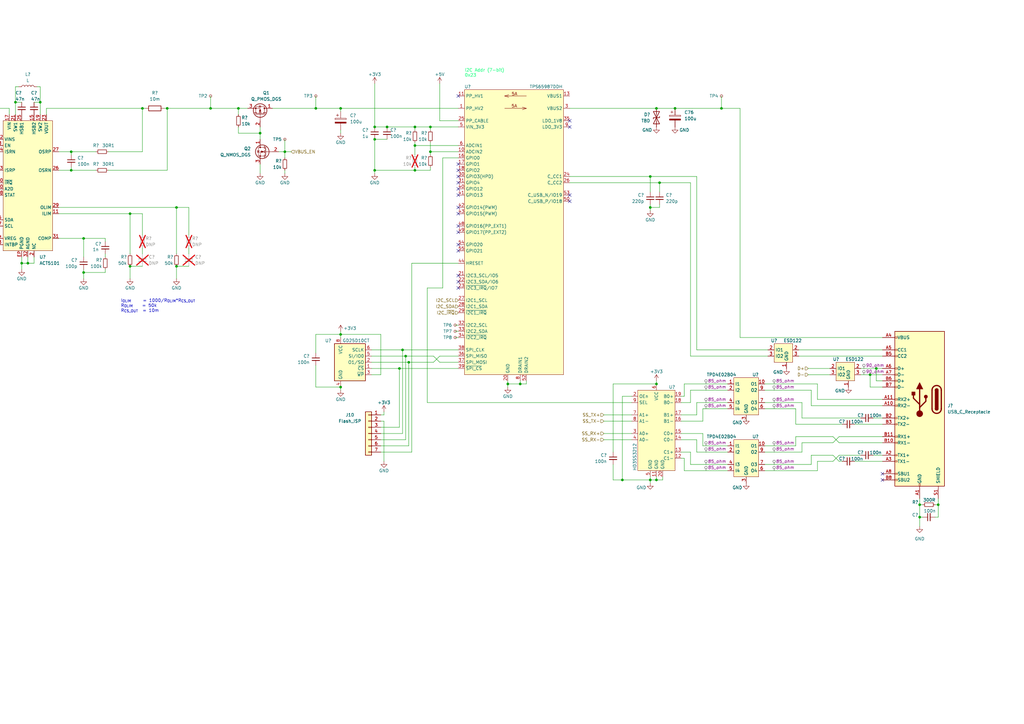
<source format=kicad_sch>
(kicad_sch (version 20230121) (generator eeschema)
  (paper "A3")
  (junction (at 153.67 57.15))
  (junction (at 276.86 44.45))
  (junction (at 11.43 107.95))
  (junction (at -5.08 69.85))
  (junction (at 106.68 54.61))
  (junction (at 34.29 97.79))
  (junction (at 165.1 143.51))
  (junction (at 58.42 44.45))
  (junction (at 129.54 44.45))
  (junction (at 29.21 62.23))
  (junction (at 139.7 158.75))
  (junction (at 72.39 109.22))
  (junction (at 167.64 148.59))
  (junction (at 166.37 146.05))
  (junction (at 356.87 153.67))
  (junction (at 139.7 44.45))
  (junction (at 153.67 52.07))
  (junction (at 377.19 207.01))
  (junction (at 269.24 157.48))
  (junction (at 377.19 212.09))
  (junction (at 213.36 157.48))
  (junction (at 158.75 52.07))
  (junction (at 72.39 85.09))
  (junction (at 266.7 85.09))
  (junction (at 384.81 207.01))
  (junction (at 97.79 44.45))
  (junction (at 176.53 52.07))
  (junction (at -3.81 44.45))
  (junction (at 269.24 44.45))
  (junction (at -5.08 62.23))
  (junction (at 266.7 72.39))
  (junction (at 8.89 107.95))
  (junction (at 16.51 41.91))
  (junction (at 270.51 74.93))
  (junction (at 34.29 111.76))
  (junction (at -11.43 44.45))
  (junction (at 6.35 41.91))
  (junction (at 269.24 196.85))
  (junction (at 116.84 62.23))
  (junction (at 295.91 44.45))
  (junction (at 153.67 69.85))
  (junction (at 208.28 157.48))
  (junction (at 68.58 44.45))
  (junction (at 170.18 69.85))
  (junction (at 176.53 62.23))
  (junction (at 359.41 151.13))
  (junction (at 163.83 151.13))
  (junction (at 170.18 59.69))
  (junction (at -29.21 44.45))
  (junction (at 53.34 87.63))
  (junction (at 170.18 52.07))
  (junction (at -39.37 44.45))
  (junction (at 266.7 196.85))
  (junction (at 255.27 196.85))
  (junction (at 139.7 137.16))
  (junction (at 86.36 44.45))
  (junction (at 53.34 109.22))
  (junction (at 29.21 69.85))
  (no_connect (at 187.96 87.63))
  (no_connect (at 187.96 118.11))
  (no_connect (at 187.96 92.71))
  (no_connect (at 187.96 74.93))
  (no_connect (at 187.96 85.09))
  (no_connect (at 187.96 95.25))
  (no_connect (at 187.96 102.87))
  (no_connect (at 187.96 69.85))
  (no_connect (at 361.95 196.85))
  (no_connect (at 233.68 52.07))
  (no_connect (at 187.96 67.31))
  (no_connect (at 187.96 72.39))
  (no_connect (at 187.96 77.47))
  (no_connect (at 233.68 82.55))
  (no_connect (at 187.96 113.03))
  (no_connect (at 187.96 100.33))
  (no_connect (at 187.96 39.37))
  (no_connect (at 233.68 80.01))
  (no_connect (at 233.68 49.53))
  (no_connect (at 187.96 80.01))
  (no_connect (at 187.96 115.57))
  (no_connect (at 361.95 194.31))
  (wire (pts (xy -12.7 58.42) (xy -12.7 59.69)))
  (wire (pts (xy 58.42 44.45) (xy 59.69 44.45)))
  (wire (pts (xy 283.21 146.05) (xy 314.96 146.05)))
  (wire (pts (xy -25.4 69.85) (xy -39.37 69.85)))
  (wire (pts (xy 303.53 138.43) (xy 361.95 138.43)))
  (wire (pts (xy 156.21 185.42) (xy 168.91 185.42)))
  (wire (pts (xy 180.34 34.29) (xy 180.34 49.53)))
  (wire (pts (xy 152.4 146.05) (xy 166.37 146.05)))
  (wire (pts (xy 165.1 177.8) (xy 165.1 143.51)))
  (wire (pts (xy 306.07 172.72) (xy 306.07 171.45)))
  (wire (pts (xy 328.93 165.1) (xy 328.93 171.45)))
  (wire (pts (xy 344.17 181.61) (xy 341.63 179.07)))
  (wire (pts (xy 72.39 114.3) (xy 72.39 109.22)))
  (wire (pts (xy 247.65 170.18) (xy 259.08 170.18)))
  (wire (pts (xy 361.95 158.75) (xy 356.87 158.75)))
  (wire (pts (xy 270.51 85.09) (xy 270.51 83.82)))
  (wire (pts (xy 280.67 193.04) (xy 280.67 187.96)))
  (wire (pts (xy 176.53 58.42) (xy 176.53 62.23)))
  (wire (pts (xy 34.29 111.76) (xy 34.29 114.3)))
  (wire (pts (xy -19.05 97.79) (xy -1.27 97.79)))
  (wire (pts (xy 170.18 53.34) (xy 170.18 52.07)))
  (wire (pts (xy 77.47 101.6) (xy 77.47 104.14)))
  (wire (pts (xy 158.75 52.07) (xy 153.67 52.07)))
  (wire (pts (xy 215.9 156.21) (xy 215.9 157.48)))
  (wire (pts (xy 328.93 185.42) (xy 328.93 181.61)))
  (wire (pts (xy 97.79 52.07) (xy 97.79 54.61)))
  (wire (pts (xy 53.34 87.63) (xy 58.42 87.63)))
  (wire (pts (xy 295.91 39.37) (xy 295.91 44.45)))
  (wire (pts (xy 269.24 44.45) (xy 276.86 44.45)))
  (wire (pts (xy 383.54 212.09) (xy 384.81 212.09)))
  (wire (pts (xy 58.42 109.22) (xy 53.34 109.22)))
  (wire (pts (xy 177.8 148.59) (xy 180.34 146.05)))
  (wire (pts (xy 359.41 156.21) (xy 359.41 151.13)))
  (wire (pts (xy 266.7 83.82) (xy 266.7 85.09)))
  (wire (pts (xy -6.35 92.71) (xy -1.27 92.71)))
  (wire (pts (xy 326.39 182.88) (xy 326.39 179.07)))
  (wire (pts (xy 44.45 62.23) (xy 58.42 62.23)))
  (wire (pts (xy 116.84 62.23) (xy 114.3 62.23)))
  (wire (pts (xy 332.74 160.02) (xy 332.74 166.37)))
  (wire (pts (xy 341.63 189.23) (xy 344.17 186.69)))
  (wire (pts (xy 266.7 198.12) (xy 266.7 196.85)))
  (wire (pts (xy 67.31 44.45) (xy 68.58 44.45)))
  (wire (pts (xy 13.97 107.95) (xy 11.43 107.95)))
  (wire (pts (xy -25.4 62.23) (xy -29.21 62.23)))
  (wire (pts (xy 313.69 165.1) (xy 328.93 165.1)))
  (wire (pts (xy -8.89 80.01) (xy -1.27 80.01)))
  (wire (pts (xy 139.7 137.16) (xy 139.7 138.43)))
  (wire (pts (xy 97.79 44.45) (xy 97.79 46.99)))
  (wire (pts (xy 153.67 57.15) (xy 153.67 69.85)))
  (wire (pts (xy 344.17 189.23) (xy 345.44 189.23)))
  (wire (pts (xy 313.69 160.02) (xy 332.74 160.02)))
  (wire (pts (xy 314.96 143.51) (xy 285.75 143.51)))
  (wire (pts (xy 327.66 146.05) (xy 361.95 146.05)))
  (wire (pts (xy 116.84 57.15) (xy 116.84 62.23)))
  (wire (pts (xy 255.27 162.56) (xy 255.27 196.85)))
  (wire (pts (xy 167.64 182.88) (xy 167.64 148.59)))
  (wire (pts (xy 269.24 156.21) (xy 269.24 157.48)))
  (wire (pts (xy 129.54 144.78) (xy 129.54 137.16)))
  (wire (pts (xy 97.79 54.61) (xy 106.68 54.61)))
  (wire (pts (xy 288.29 182.88) (xy 298.45 182.88)))
  (wire (pts (xy 176.53 69.85) (xy 176.53 68.58)))
  (wire (pts (xy 16.51 35.56) (xy 16.51 41.91)))
  (wire (pts (xy 335.28 157.48) (xy 335.28 163.83)))
  (wire (pts (xy 213.36 157.48) (xy 208.28 157.48)))
  (wire (pts (xy 288.29 172.72) (xy 288.29 167.64)))
  (wire (pts (xy 139.7 158.75) (xy 129.54 158.75)))
  (wire (pts (xy 119.38 62.23) (xy 116.84 62.23)))
  (wire (pts (xy 139.7 135.89) (xy 139.7 137.16)))
  (wire (pts (xy -39.37 35.56) (xy -39.37 44.45)))
  (wire (pts (xy -1.27 100.33) (xy -8.89 100.33)))
  (wire (pts (xy 24.13 97.79) (xy 34.29 97.79)))
  (wire (pts (xy 356.87 153.67) (xy 361.95 153.67)))
  (wire (pts (xy 180.34 148.59) (xy 187.96 148.59)))
  (wire (pts (xy -3.81 44.45) (xy 3.81 44.45)))
  (wire (pts (xy 152.4 148.59) (xy 167.64 148.59)))
  (wire (pts (xy 328.93 181.61) (xy 341.63 181.61)))
  (wire (pts (xy 153.67 34.29) (xy 153.67 52.07)))
  (wire (pts (xy 86.36 39.37) (xy 86.36 44.45)))
  (wire (pts (xy 170.18 69.85) (xy 170.18 68.58)))
  (wire (pts (xy 176.53 52.07) (xy 187.96 52.07)))
  (wire (pts (xy 233.68 44.45) (xy 269.24 44.45)))
  (wire (pts (xy 332.74 190.5) (xy 332.74 186.69)))
  (wire (pts (xy 279.4 162.56) (xy 280.67 162.56)))
  (wire (pts (xy 163.83 175.26) (xy 163.83 151.13)))
  (wire (pts (xy 106.68 54.61) (xy 106.68 52.07)))
  (wire (pts (xy 279.4 172.72) (xy 288.29 172.72)))
  (wire (pts (xy 208.28 156.21) (xy 208.28 157.48)))
  (wire (pts (xy 285.75 185.42) (xy 285.75 180.34)))
  (wire (pts (xy 266.7 196.85) (xy 266.7 195.58)))
  (wire (pts (xy 251.46 190.5) (xy 251.46 196.85)))
  (wire (pts (xy 170.18 52.07) (xy 176.53 52.07)))
  (wire (pts (xy 175.26 165.1) (xy 259.08 165.1)))
  (wire (pts (xy 378.46 212.09) (xy 377.19 212.09)))
  (wire (pts (xy 288.29 167.64) (xy 298.45 167.64)))
  (wire (pts (xy 106.68 54.61) (xy 106.68 57.15)))
  (wire (pts (xy 276.86 44.45) (xy 295.91 44.45)))
  (wire (pts (xy 327.66 143.51) (xy 361.95 143.51)))
  (wire (pts (xy 6.35 41.91) (xy 6.35 35.56)))
  (wire (pts (xy 280.67 187.96) (xy 279.4 187.96)))
  (wire (pts (xy 270.51 74.93) (xy 270.51 78.74)))
  (wire (pts (xy 271.78 195.58) (xy 271.78 196.85)))
  (wire (pts (xy -5.08 62.23) (xy -1.27 62.23)))
  (wire (pts (xy 11.43 105.41) (xy 11.43 107.95)))
  (wire (pts (xy -5.08 63.5) (xy -5.08 62.23)))
  (wire (pts (xy 153.67 69.85) (xy 170.18 69.85)))
  (wire (pts (xy 139.7 44.45) (xy 187.96 44.45)))
  (wire (pts (xy 111.76 44.45) (xy 129.54 44.45)))
  (wire (pts (xy 303.53 44.45) (xy 303.53 138.43)))
  (wire (pts (xy 331.47 151.13) (xy 340.36 151.13)))
  (wire (pts (xy 279.4 170.18) (xy 285.75 170.18)))
  (wire (pts (xy 163.83 151.13) (xy 187.96 151.13)))
  (wire (pts (xy 6.35 46.99) (xy 6.35 41.91)))
  (wire (pts (xy 326.39 179.07) (xy 341.63 179.07)))
  (wire (pts (xy 358.14 186.69) (xy 361.95 186.69)))
  (wire (pts (xy 255.27 196.85) (xy 266.7 196.85)))
  (wire (pts (xy 251.46 196.85) (xy 255.27 196.85)))
  (wire (pts (xy 168.91 185.42) (xy 168.91 107.95)))
  (wire (pts (xy 332.74 186.69) (xy 341.63 186.69)))
  (wire (pts (xy 53.34 109.22) (xy 53.34 114.3)))
  (wire (pts (xy 168.91 107.95) (xy 187.96 107.95)))
  (wire (pts (xy -1.27 57.15) (xy -3.81 57.15)))
  (wire (pts (xy 377.19 207.01) (xy 377.19 212.09)))
  (wire (pts (xy 170.18 69.85) (xy 176.53 69.85)))
  (wire (pts (xy 176.53 62.23) (xy 187.96 62.23)))
  (wire (pts (xy 187.96 49.53) (xy 180.34 49.53)))
  (wire (pts (xy 77.47 109.22) (xy 72.39 109.22)))
  (wire (pts (xy 331.47 153.67) (xy 340.36 153.67)))
  (wire (pts (xy -29.21 62.23) (xy -29.21 44.45)))
  (wire (pts (xy 72.39 85.09) (xy 77.47 85.09)))
  (wire (pts (xy 350.52 189.23) (xy 361.95 189.23)))
  (wire (pts (xy 350.52 173.99) (xy 361.95 173.99)))
  (wire (pts (xy 29.21 69.85) (xy 29.21 68.58)))
  (wire (pts (xy 313.69 185.42) (xy 328.93 185.42)))
  (wire (pts (xy 157.48 172.72) (xy 156.21 172.72)))
  (wire (pts (xy 157.48 170.18) (xy 156.21 170.18)))
  (wire (pts (xy -8.89 100.33) (xy -8.89 105.41)))
  (wire (pts (xy -5.08 69.85) (xy -1.27 69.85)))
  (wire (pts (xy 29.21 62.23) (xy 39.37 62.23)))
  (wire (pts (xy -5.08 69.85) (xy -5.08 68.58)))
  (wire (pts (xy 186.69 135.89) (xy 187.96 135.89)))
  (wire (pts (xy -29.21 44.45) (xy -11.43 44.45)))
  (wire (pts (xy 44.45 69.85) (xy 68.58 69.85)))
  (wire (pts (xy 43.18 111.76) (xy 43.18 110.49)))
  (wire (pts (xy 359.41 151.13) (xy 361.95 151.13)))
  (wire (pts (xy 156.21 182.88) (xy 167.64 182.88)))
  (wire (pts (xy 247.65 180.34) (xy 259.08 180.34)))
  (wire (pts (xy 176.53 62.23) (xy 176.53 63.5)))
  (wire (pts (xy 58.42 62.23) (xy 58.42 44.45)))
  (wire (pts (xy 43.18 104.14) (xy 43.18 105.41)))
  (wire (pts (xy 335.28 163.83) (xy 361.95 163.83)))
  (wire (pts (xy 170.18 59.69) (xy 170.18 58.42)))
  (wire (pts (xy 6.35 35.56) (xy 7.62 35.56)))
  (wire (pts (xy 335.28 189.23) (xy 341.63 189.23)))
  (wire (pts (xy 34.29 105.41) (xy 34.29 97.79)))
  (wire (pts (xy 153.67 69.85) (xy 153.67 71.12)))
  (wire (pts (xy 29.21 69.85) (xy 39.37 69.85)))
  (wire (pts (xy 215.9 157.48) (xy 213.36 157.48)))
  (wire (pts (xy -19.05 99.06) (xy -19.05 97.79)))
  (wire (pts (xy 170.18 63.5) (xy 170.18 59.69)))
  (wire (pts (xy 34.29 97.79) (xy 43.18 97.79)))
  (wire (pts (xy 156.21 180.34) (xy 166.37 180.34)))
  (wire (pts (xy 280.67 162.56) (xy 280.67 157.48)))
  (wire (pts (xy 116.84 62.23) (xy 116.84 64.77)))
  (wire (pts (xy 384.81 204.47) (xy 384.81 207.01)))
  (wire (pts (xy 167.64 148.59) (xy 177.8 148.59)))
  (wire (pts (xy 116.84 69.85) (xy 116.84 71.12)))
  (wire (pts (xy 97.79 44.45) (xy 101.6 44.45)))
  (wire (pts (xy 270.51 74.93) (xy 283.21 74.93)))
  (wire (pts (xy -6.35 90.17) (xy -1.27 90.17)))
  (wire (pts (xy 186.69 138.43) (xy 187.96 138.43)))
  (wire (pts (xy 259.08 162.56) (xy 255.27 162.56)))
  (wire (pts (xy 213.36 156.21) (xy 213.36 157.48)))
  (wire (pts (xy 251.46 157.48) (xy 251.46 185.42)))
  (wire (pts (xy 285.75 72.39) (xy 266.7 72.39)))
  (wire (pts (xy 129.54 44.45) (xy 139.7 44.45)))
  (wire (pts (xy 152.4 143.51) (xy 165.1 143.51)))
  (wire (pts (xy 156.21 177.8) (xy 165.1 177.8)))
  (wire (pts (xy -39.37 69.85) (xy -39.37 44.45)))
  (wire (pts (xy 295.91 44.45) (xy 303.53 44.45)))
  (wire (pts (xy 24.13 69.85) (xy 29.21 69.85)))
  (wire (pts (xy 377.19 204.47) (xy 377.19 207.01)))
  (wire (pts (xy 285.75 170.18) (xy 285.75 165.1)))
  (wire (pts (xy 266.7 85.09) (xy 266.7 86.36)))
  (wire (pts (xy 166.37 180.34) (xy 166.37 146.05)))
  (wire (pts (xy 139.7 160.02) (xy 139.7 158.75)))
  (wire (pts (xy 139.7 44.45) (xy 139.7 45.72)))
  (wire (pts (xy 139.7 137.16) (xy 156.21 137.16)))
  (wire (pts (xy 280.67 157.48) (xy 298.45 157.48)))
  (wire (pts (xy 139.7 54.61) (xy 139.7 53.34)))
  (wire (pts (xy 313.69 167.64) (xy 326.39 167.64)))
  (wire (pts (xy 8.89 105.41) (xy 8.89 107.95)))
  (wire (pts (xy 77.47 96.52) (xy 77.47 85.09)))
  (wire (pts (xy -5.08 62.23) (xy -20.32 62.23)))
  (wire (pts (xy 68.58 69.85) (xy 68.58 44.45)))
  (wire (pts (xy 353.06 153.67) (xy 356.87 153.67)))
  (wire (pts (xy 285.75 165.1) (xy 298.45 165.1)))
  (wire (pts (xy 24.13 62.23) (xy 29.21 62.23)))
  (wire (pts (xy 313.69 182.88) (xy 326.39 182.88)))
  (wire (pts (xy 175.26 118.11) (xy 175.26 165.1)))
  (wire (pts (xy 186.69 133.35) (xy 187.96 133.35)))
  (wire (pts (xy 34.29 110.49) (xy 34.29 111.76)))
  (wire (pts (xy 152.4 153.67) (xy 156.21 153.67)))
  (wire (pts (xy 233.68 74.93) (xy 270.51 74.93)))
  (wire (pts (xy 11.43 107.95) (xy 8.89 107.95)))
  (wire (pts (xy 353.06 151.13) (xy 359.41 151.13)))
  (wire (pts (xy 283.21 74.93) (xy 283.21 146.05)))
  (wire (pts (xy 313.69 193.04) (xy 335.28 193.04)))
  (wire (pts (xy 43.18 99.06) (xy 43.18 97.79)))
  (wire (pts (xy 288.29 182.88) (xy 288.29 177.8)))
  (wire (pts (xy 34.29 111.76) (xy 43.18 111.76)))
  (wire (pts (xy 13.97 41.91) (xy 16.51 41.91)))
  (wire (pts (xy 24.13 87.63) (xy 53.34 87.63)))
  (wire (pts (xy 129.54 137.16) (xy 139.7 137.16)))
  (wire (pts (xy 157.48 189.23) (xy 157.48 172.72)))
  (wire (pts (xy 283.21 165.1) (xy 283.21 160.02)))
  (wire (pts (xy 19.05 44.45) (xy 58.42 44.45)))
  (wire (pts (xy 266.7 72.39) (xy 233.68 72.39)))
  (wire (pts (xy -5.08 69.85) (xy -20.32 69.85)))
  (wire (pts (xy -30.48 44.45) (xy -29.21 44.45)))
  (wire (pts (xy -12.7 59.69) (xy -1.27 59.69)))
  (wire (pts (xy -11.43 44.45) (xy -3.81 44.45)))
  (wire (pts (xy 279.4 165.1) (xy 283.21 165.1)))
  (wire (pts (xy 53.34 87.63) (xy 53.34 104.14)))
  (wire (pts (xy 157.48 168.91) (xy 157.48 170.18)))
  (wire (pts (xy 266.7 72.39) (xy 266.7 78.74)))
  (wire (pts (xy 129.54 39.37) (xy 129.54 44.45)))
  (wire (pts (xy 280.67 193.04) (xy 298.45 193.04)))
  (wire (pts (xy 6.35 41.91) (xy 8.89 41.91)))
  (wire (pts (xy 285.75 180.34) (xy 279.4 180.34)))
  (wire (pts (xy 356.87 153.67) (xy 356.87 158.75)))
  (wire (pts (xy 384.81 207.01) (xy 384.81 212.09)))
  (wire (pts (xy -11.43 39.37) (xy -11.43 44.45)))
  (wire (pts (xy 266.7 85.09) (xy 270.51 85.09)))
  (wire (pts (xy 129.54 158.75) (xy 129.54 149.86)))
  (wire (pts (xy -8.89 74.93) (xy -1.27 74.93)))
  (wire (pts (xy 344.17 186.69) (xy 353.06 186.69)))
  (wire (pts (xy 16.51 41.91) (xy 16.51 46.99)))
  (wire (pts (xy 176.53 52.07) (xy 176.53 53.34)))
  (wire (pts (xy 177.8 146.05) (xy 180.34 148.59)))
  (wire (pts (xy 156.21 175.26) (xy 163.83 175.26)))
  (wire (pts (xy 158.75 52.07) (xy 170.18 52.07)))
  (wire (pts (xy 361.95 156.21) (xy 359.41 156.21)))
  (wire (pts (xy 166.37 146.05) (xy 177.8 146.05)))
  (wire (pts (xy 283.21 190.5) (xy 283.21 185.42)))
  (wire (pts (xy 175.26 118.11) (xy 181.61 118.11)))
  (wire (pts (xy 285.75 143.51) (xy 285.75 72.39)))
  (wire (pts (xy 383.54 207.01) (xy 384.81 207.01)))
  (wire (pts (xy 313.69 190.5) (xy 332.74 190.5)))
  (wire (pts (xy 247.65 177.8) (xy 259.08 177.8)))
  (wire (pts (xy 58.42 96.52) (xy 58.42 87.63)))
  (wire (pts (xy 58.42 101.6) (xy 58.42 104.14)))
  (wire (pts (xy 377.19 215.9) (xy 377.19 212.09)))
  (wire (pts (xy 328.93 171.45) (xy 353.06 171.45)))
  (wire (pts (xy 208.28 157.48) (xy 208.28 158.75)))
  (wire (pts (xy 283.21 160.02) (xy 298.45 160.02)))
  (wire (pts (xy 13.97 105.41) (xy 13.97 107.95)))
  (wire (pts (xy 326.39 173.99) (xy 345.44 173.99)))
  (wire (pts (xy 269.24 157.48) (xy 251.46 157.48)))
  (wire (pts (xy 153.67 57.15) (xy 158.75 57.15)))
  (wire (pts (xy 15.24 35.56) (xy 16.51 35.56)))
  (wire (pts (xy 68.58 44.45) (xy 86.36 44.45)))
  (wire (pts (xy 335.28 193.04) (xy 335.28 189.23)))
  (wire (pts (xy 106.68 71.12) (xy 106.68 67.31)))
  (wire (pts (xy 358.14 171.45) (xy 361.95 171.45)))
  (wire (pts (xy 3.81 46.99) (xy 3.81 44.45)))
  (wire (pts (xy 313.69 157.48) (xy 335.28 157.48)))
  (wire (pts (xy 344.17 179.07) (xy 361.95 179.07)))
  (wire (pts (xy 165.1 143.51) (xy 187.96 143.51)))
  (wire (pts (xy 271.78 196.85) (xy 269.24 196.85)))
  (wire (pts (xy 269.24 195.58) (xy 269.24 196.85)))
  (wire (pts (xy 288.29 177.8) (xy 279.4 177.8)))
  (wire (pts (xy 29.21 63.5) (xy 29.21 62.23)))
  (wire (pts (xy 86.36 44.45) (xy 97.79 44.45)))
  (wire (pts (xy 332.74 166.37) (xy 361.95 166.37)))
  (wire (pts (xy 269.24 196.85) (xy 266.7 196.85)))
  (wire (pts (xy 344.17 181.61) (xy 361.95 181.61)))
  (wire (pts (xy 24.13 85.09) (xy 72.39 85.09)))
  (wire (pts (xy 279.4 185.42) (xy 283.21 185.42)))
  (wire (pts (xy 180.34 146.05) (xy 187.96 146.05)))
  (wire (pts (xy 283.21 190.5) (xy 298.45 190.5)))
  (wire (pts (xy 285.75 185.42) (xy 298.45 185.42)))
  (wire (pts (xy -39.37 44.45) (xy -38.1 44.45)))
  (wire (pts (xy 377.19 207.01) (xy 378.46 207.01)))
  (wire (pts (xy 170.18 59.69) (xy 187.96 59.69)))
  (wire (pts (xy 326.39 167.64) (xy 326.39 173.99)))
  (wire (pts (xy 152.4 151.13) (xy 163.83 151.13)))
  (wire (pts (xy 181.61 118.11) (xy 181.61 64.77)))
  (wire (pts (xy -3.81 57.15) (xy -3.81 44.45)))
  (wire (pts (xy 72.39 85.09) (xy 72.39 104.14)))
  (wire (pts (xy 344.17 189.23) (xy 341.63 186.69)))
  (wire (pts (xy 19.05 46.99) (xy 19.05 44.45)))
  (wire (pts (xy 341.63 181.61) (xy 344.17 179.07)))
  (wire (pts (xy 181.61 64.77) (xy 187.96 64.77)))
  (wire (pts (xy 156.21 153.67) (xy 156.21 137.16)))
  (wire (pts (xy 8.89 107.95) (xy 8.89 110.49)))
  (wire (pts (xy 247.65 172.72) (xy 259.08 172.72)))
  (text "I_{OLIM}     = 1000/R_{OLIM}*R_{CS_OUT}\nR_{OLIM}    = 50k\nR_{CS_OUT}  = 10m" (at 49.53 128.27 0) (effects (font (size 1.27 1.27)) (justify left bottom)))
  (text "I2C Addr (7-bit)\n0x23" (at 190.5 31.75 0) (effects (font (size 1.27 1.27) (thickness 0.254) bold) (justify left bottom)))
  (global_label "DCDC1_~{IRQ}" (shape output) (at -8.89 74.93 180) (property "Intersheetrefs" "${INTERSHEET_REFS}" (effects hide)))
  (global_label "DCDC1_STAT" (shape output) (at -8.89 80.01 180) (property "Intersheetrefs" "${INTERSHEET_REFS}" (effects hide)))
  (hierarchical_label "SS_RX+" (shape input) (at 247.65 177.8 180))
  (hierarchical_label "SS_TX-" (shape input) (at 247.65 172.72 180))
  (hierarchical_label "VBUS_EN" (shape input) (at 119.38 62.23 0))
  (hierarchical_label "I2C_SDA" (shape input) (at 187.96 125.73 180))
  (hierarchical_label "I2C_SCL" (shape input) (at 187.96 123.19 180))
  (hierarchical_label "D-" (shape input) (at 331.47 153.67 180))
  (hierarchical_label "I2C_~{IRQ}" (shape input) (at 187.96 128.27 180))
  (hierarchical_label "SS_TX+" (shape input) (at 247.65 170.18 180))
  (hierarchical_label "D+" (shape input) (at 331.47 151.13 180))
  (hierarchical_label "I2C_SDA" (shape input) (at -6.35 90.17 180))
  (hierarchical_label "I2C_SCL" (shape input) (at -6.35 92.71 180))
  (hierarchical_label "SS_RX-" (shape input) (at 247.65 180.34 180))
  (netclass_flag "" (length 1.27) (shape round) (at 289.56 190.5 0) (property "Netclass" "85_ohm" (at 290.2585 189.23 0) (effects (font italic) (justify left))))
  (netclass_flag "" (length 1.27) (shape round) (at 317.5 167.64 0) (property "Netclass" "85_ohm" (at 318.1985 166.37 0) (effects (font italic) (justify left))))
  (netclass_flag "" (length 1.27) (shape round) (at 289.56 167.64 0) (property "Netclass" "85_ohm" (at 290.2585 166.37 0) (effects (font italic) (justify left))))
  (netclass_flag "" (length 1.27) (shape round) (at 289.56 160.02 0) (property "Netclass" "85_ohm" (at 290.2585 158.75 0) (effects (font italic) (justify left))))
  (netclass_flag "" (length 1.27) (shape round) (at 354.33 151.13 0) (property "Netclass" "90_ohm" (at 355.0285 149.86 0) (effects (font italic) (justify left))))
  (netclass_flag "" (length 1.27) (shape round) (at 289.56 165.1 0) (property "Netclass" "85_ohm" (at 290.2585 163.83 0) (effects (font italic) (justify left))))
  (netclass_flag "" (length 1.27) (shape round) (at 354.33 153.67 0) (property "Netclass" "90_ohm" (at 355.0285 152.4 0) (effects (font italic) (justify left))))
  (netclass_flag "" (length 1.27) (shape round) (at 317.5 160.02 0) (property "Netclass" "85_ohm" (at 318.1985 158.75 0) (effects (font italic) (justify left))))
  (netclass_flag "" (length 1.27) (shape round) (at 317.5 193.04 0) (property "Netclass" "85_ohm" (at 318.1985 191.77 0) (effects (font italic) (justify left))))
  (netclass_flag "" (length 1.27) (shape round) (at 317.5 190.5 0) (property "Netclass" "85_ohm" (at 318.1985 189.23 0) (effects (font italic) (justify left))))
  (netclass_flag "" (length 1.27) (shape round) (at 317.5 185.42 0) (property "Netclass" "85_ohm" (at 318.1985 184.15 0) (effects (font italic) (justify left))))
  (netclass_flag "" (length 1.27) (shape round) (at 289.56 193.04 0) (property "Netclass" "85_ohm" (at 290.2585 191.77 0) (effects (font italic) (justify left))))
  (netclass_flag "" (length 1.27) (shape round) (at 317.5 182.88 0) (property "Netclass" "85_ohm" (at 318.1985 181.61 0) (effects (font italic) (justify left))))
  (netclass_flag "" (length 1.27) (shape round) (at 317.5 165.1 0) (property "Netclass" "85_ohm" (at 318.1985 163.83 0) (effects (font italic) (justify left))))
  (netclass_flag "" (length 1.27) (shape round) (at 289.56 182.88 0) (property "Netclass" "85_ohm" (at 290.2585 181.61 0) (effects (font italic) (justify left))))
  (netclass_flag "" (length 1.27) (shape round) (at 289.56 185.42 0) (property "Netclass" "85_ohm" (at 290.2585 184.15 0) (effects (font italic) (justify left))))
  (netclass_flag "" (length 1.27) (shape round) (at 289.56 157.48 0) (property "Netclass" "85_ohm" (at 290.2585 156.21 0) (effects (font italic) (justify left))))
  (netclass_flag "" (length 1.27) (shape round) (at 317.5 157.48 0) (property "Netclass" "85_ohm" (at 318.1985 156.21 0) (effects (font italic) (justify left))))
  (symbol (lib_id "Interface_USB:TPD4E02B04") (at 306.07 185.42 0) (unit 1)
    (property "Reference" "U?" (at 309.88 179.07 0))
    (property "Value" "TPD4E02B04" (at 295.91 179.07 0))
    (property "Footprint" "Package_SON:USON-10_2.5x1.0mm_P0.5mm" (effects hide))
    (property "Datasheet" "TPD4E02B04" (effects hide))
    (property "LCSC" "C106794" (effects hide))
    (property "MPN" "TPD4E02B04DQAR" (effects hide))
    (instances (project "hexahub" (path "" (reference "U?") (unit 1)) (path "" (reference "U21") (unit 1)) (path "" (reference "U?") (unit 1)) (path "" (reference "U29") (unit 1)) (path "" (reference "U37") (unit 1))))
  )
  (symbol (lib_id "Device:C_Small") (at 251.46 187.96 0) (unit 1)
    (property "Reference" "C?" (at 248.92 186.6963 0) (effects (justify right)))
    (property "Value" "100n" (at 248.92 189.2363 0) (effects (justify right)))
    (property "Footprint" "Capacitor_SMD:C_0402_1005Metric" (effects hide))
    (property "LCSC" "C386075" (effects hide))
    (property "MPN" "TMK105B7104KVHF" (effects hide))
    (instances (project "hexahub" (path "" (reference "C?") (unit 1)) (path "" (reference "C94") (unit 1)) (path "" (reference "C?") (unit 1)) (path "" (reference "C117") (unit 1)) (path "" (reference "C140") (unit 1))))
  )
  (symbol (lib_id "Device:C_Polarized") (at 139.7 49.53 0) (unit 1)
    (property "Reference" "C?" (at 143.51 47.371 0) (effects (justify left)))
    (property "Value" "100u" (at 143.51 49.911 0) (effects (justify left)))
    (property "Footprint" "Capacitor_SMD:CP_Elec_8x10.5" (effects hide))
    (property "LCSC" "C5162347" (effects hide))
    (property "MPN" "CS1H101M-CRF10" (effects hide))
    (instances (project "hexahub" (path "" (reference "C?") (unit 1)) (path "" (reference "C77") (unit 1)) (path "" (reference "C?") (unit 1)) (path "" (reference "C100") (unit 1)) (path "" (reference "C123") (unit 1))))
  )
  (symbol (lib_id "Connector:TestPoint_Small") (at 116.84 57.15 0) (mirror y) (unit 1)
    (property "Reference" "TP5" (at 115.57 57.15 0) (effects (justify left)))
    (property "Value" "TestPoint_Small" (effects hide))
    (property "Footprint" "TestPoint:TestPoint_Pad_D0.5mm" (effects hide))
    (instances (project "hexahub" (path "" (reference "TP5") (unit 1)) (path "" (reference "TP13") (unit 1)) (path "" (reference "TP21") (unit 1))))
  )
  (symbol (lib_id "Device:C_Small") (at 355.6 171.45 90) (unit 1)
    (property "Reference" "C?" (at 352.9494 170.332 90))
    (property "Value" "100n" (at 359.1399 170.4024 90))
    (property "Footprint" "Capacitor_SMD:C_0402_1005Metric" (effects hide))
    (property "LCSC" "C386075" (effects hide))
    (property "MPN" "TMK105B7104KVHF" (effects hide))
    (instances (project "hexahub" (path "" (reference "C?") (unit 1)) (path "" (reference "C91") (unit 1)) (path "" (reference "C?") (unit 1)) (path "" (reference "C114") (unit 1)) (path "" (reference "C137") (unit 1))))
  )
  (symbol (lib_id "Device:C_Small") (at -5.08 66.04 0) (unit 1)
    (property "Reference" "C?" (at -7.62 64.7763 0) (effects (justify right)))
    (property "Value" "100n" (at -7.62 67.3163 0) (effects (justify right)))
    (property "Footprint" "Capacitor_SMD:C_0402_1005Metric" (effects hide))
    (property "LCSC" "C386075" (effects hide))
    (property "MPN" "TMK105B7104KVHF" (effects hide))
    (instances (project "hexahub" (path "" (reference "C?") (unit 1)) (path "" (reference "C80") (unit 1)) (path "" (reference "C?") (unit 1)) (path "" (reference "C103") (unit 1)) (path "" (reference "C126") (unit 1))))
  )
  (symbol (lib_id "Device:R_Small") (at 41.91 62.23 90) (unit 1)
    (property "Reference" "R?" (at 39.37 59.69 90))
    (property "Value" "30R1" (at 44.45 59.69 90))
    (property "Footprint" "Resistor_SMD:R_0402_1005Metric" (effects hide))
    (property "LCSC" "C416516" (effects hide))
    (property "MPN" "ERJ2RKF30R1X" (effects hide))
    (instances (project "hexahub" (path "" (reference "R?") (unit 1)) (path "" (reference "R35") (unit 1)) (path "" (reference "R?") (unit 1)) (path "" (reference "R53") (unit 1)) (path "" (reference "R71") (unit 1))))
  )
  (symbol (lib_id "Device:R_Small") (at 170.18 66.04 0) (mirror y) (unit 1) (in_bom no) (dnp yes)
    (property "Reference" "R?" (at 168.91 64.77 0) (effects (justify left)))
    (property "Value" "10k" (at 168.91 67.31 0) (effects (justify left)))
    (property "Footprint" "Resistor_SMD:R_0402_1005Metric" (effects hide))
    (property "LCSC" "C25744" (effects hide))
    (property "MPN" "0402WGF1002TCE" (effects hide))
    (instances (project "hexahub" (path "" (reference "R?") (unit 1)) (path "" (reference "R36") (unit 1)) (path "" (reference "R?") (unit 1)) (path "" (reference "R54") (unit 1)) (path "" (reference "R72") (unit 1))))
  )
  (symbol (lib_id "power:GND") (at -19.05 104.14 0) (unit 1)
    (property "Reference" "#PWR?" (effects hide))
    (property "Value" "GND" (at -19.05 107.95 0))
    (instances (project "hexahub" (path "" (reference "#PWR?") (unit 1)) (path "" (reference "#PWR083") (unit 1)) (path "" (reference "#PWR?") (unit 1)) (path "" (reference "#PWR0112") (unit 1)) (path "" (reference "#PWR0141") (unit 1))))
  )
  (symbol (lib_id "Interface_USB:ESD122") (at 347.98 151.13 0) (unit 1)
    (property "Reference" "U?" (at 342.9 147.32 0))
    (property "Value" "ESD122" (at 350.52 147.32 0))
    (property "Footprint" "Package_SON:X2SON-3_L1.0-W0.6-L" (effects hide))
    (property "LCSC" "C544474" (effects hide))
    (property "MPN" "ESD122DMXR" (effects hide))
    (instances (project "hexahub" (path "" (reference "U?") (unit 1)) (path "" (reference "U18") (unit 1)) (path "" (reference "U?") (unit 1)) (path "" (reference "U26") (unit 1)) (path "" (reference "U34") (unit 1))))
  )
  (symbol (lib_id "Device:C_Small") (at 347.98 173.99 90) (unit 1)
    (property "Reference" "C?" (at 345.3294 172.872 90))
    (property "Value" "100n" (at 351.5199 172.9424 90))
    (property "Footprint" "Capacitor_SMD:C_0402_1005Metric" (effects hide))
    (property "LCSC" "C386075" (effects hide))
    (property "MPN" "TMK105B7104KVHF" (effects hide))
    (instances (project "hexahub" (path "" (reference "C?") (unit 1)) (path "" (reference "C92") (unit 1)) (path "" (reference "C?") (unit 1)) (path "" (reference "C115") (unit 1)) (path "" (reference "C138") (unit 1))))
  )
  (symbol (lib_id "Device:D_TVS") (at 269.24 48.26 270) (mirror x) (unit 1)
    (property "Reference" "D?" (at 266.7 46.99 90) (effects (justify right)))
    (property "Value" "TBD" (at 266.7 49.53 90) (effects (justify right)))
    (property "Footprint" "Diode_SMD:D_0603_1608Metric" (effects hide))
    (instances (project "hexahub" (path "" (reference "D?") (unit 1)) (path "" (reference "D3") (unit 1)) (path "" (reference "D4") (unit 1)) (path "" (reference "D5") (unit 1))))
  )
  (symbol (lib_id "Device:C_Small") (at 347.98 189.23 90) (unit 1)
    (property "Reference" "C?" (at 345.3294 188.112 90))
    (property "Value" "100n" (at 351.5199 188.1824 90))
    (property "Footprint" "Capacitor_SMD:C_0402_1005Metric" (effects hide))
    (property "LCSC" "C386075" (effects hide))
    (property "MPN" "TMK105B7104KVHF" (effects hide))
    (instances (project "hexahub" (path "" (reference "C?") (unit 1)) (path "" (reference "C95") (unit 1)) (path "" (reference "C?") (unit 1)) (path "" (reference "C118") (unit 1)) (path "" (reference "C141") (unit 1))))
  )
  (symbol (lib_id "Connector:TestPoint_Small") (at 295.91 39.37 0) (mirror y) (unit 1)
    (property "Reference" "TP4" (at 294.64 39.37 0) (effects (justify left)))
    (property "Value" "TestPoint_Small" (effects hide))
    (property "Footprint" "TestPoint:TestPoint_Pad_D0.5mm" (effects hide))
    (instances (project "hexahub" (path "" (reference "TP4") (unit 1)) (path "" (reference "TP12") (unit 1)) (path "" (reference "TP20") (unit 1))))
  )
  (symbol (lib_id "Device:C_Small") (at 43.18 101.6 0) (unit 1)
    (property "Reference" "C?" (at 41.5965 100.031 0) (effects (justify right)))
    (property "Value" "1n" (at 40.5693 102.3518 0) (effects (justify right)))
    (property "Footprint" "Capacitor_SMD:C_0402_1005Metric" (effects hide))
    (instances (project "hexahub" (path "" (reference "C?") (unit 1)) (path "" (reference "C85") (unit 1)) (path "" (reference "C?") (unit 1)) (path "" (reference "C108") (unit 1)) (path "" (reference "C131") (unit 1))))
  )
  (symbol (lib_id "Device:R_Small") (at 53.34 106.68 0) (mirror y) (unit 1)
    (property "Reference" "R?" (at 52.07 105.41 0) (effects (justify left)))
    (property "Value" "50k" (at 52.07 107.95 0) (effects (justify left)))
    (property "Footprint" "Resistor_SMD:R_0402_1005Metric" (effects hide))
    (property "LCSC" "C166559" (effects hide))
    (property "MPN" "RTT025002FTH" (effects hide))
    (instances (project "hexahub" (path "" (reference "R?") (unit 1)) (path "" (reference "R43") (unit 1)) (path "" (reference "R?") (unit 1)) (path "" (reference "R61") (unit 1)) (path "" (reference "R79") (unit 1))))
  )
  (symbol (lib_id "Device:R_Small") (at 77.47 99.06 0) (unit 1) (in_bom no) (dnp yes)
    (property "Reference" "R?" (at 78.74 97.79 0) (effects (justify left)))
    (property "Value" "DNP" (at 78.74 100.33 0) (effects (justify left)))
    (property "Footprint" "Resistor_SMD:R_0402_1005Metric" (effects hide))
    (instances (project "hexahub" (path "" (reference "R?") (unit 1)) (path "" (reference "R42") (unit 1)) (path "" (reference "R?") (unit 1)) (path "" (reference "R60") (unit 1)) (path "" (reference "R78") (unit 1))))
  )
  (symbol (lib_id "Device:C_Small") (at 270.51 81.28 0) (mirror y) (unit 1)
    (property "Reference" "C?" (at 273.05 80.0163 0) (effects (justify right)))
    (property "Value" "220p" (at 273.05 82.5563 0) (effects (justify right)))
    (property "Footprint" "Capacitor_SMD:C_0402_1005Metric" (effects hide))
    (property "LCSC" "C76960" (effects hide))
    (property "MPN" "GRM1555C1H220JA01D" (effects hide))
    (instances (project "hexahub" (path "" (reference "C?") (unit 1)) (path "" (reference "C83") (unit 1)) (path "" (reference "C?") (unit 1)) (path "" (reference "C106") (unit 1)) (path "" (reference "C129") (unit 1))))
  )
  (symbol (lib_id "power:+24V") (at -39.37 35.56 0) (unit 1)
    (property "Reference" "#PWR?" (effects hide))
    (property "Value" "+24V" (at -39.37 31.75 0))
    (instances (project "hexahub" (path "" (reference "#PWR?") (unit 1)) (path "" (reference "#PWR074") (unit 1)) (path "" (reference "#PWR?") (unit 1)) (path "" (reference "#PWR0103") (unit 1)) (path "" (reference "#PWR0132") (unit 1))))
  )
  (symbol (lib_id "Device:R_Small") (at 41.91 69.85 90) (unit 1)
    (property "Reference" "R?" (at 39.37 67.31 90))
    (property "Value" "30R1" (at 44.45 67.31 90))
    (property "Footprint" "Resistor_SMD:R_0402_1005Metric" (effects hide))
    (property "LCSC" "C416516" (effects hide))
    (property "MPN" "ERJ2RKF30R1X" (effects hide))
    (instances (project "hexahub" (path "" (reference "R?") (unit 1)) (path "" (reference "R40") (unit 1)) (path "" (reference "R?") (unit 1)) (path "" (reference "R58") (unit 1)) (path "" (reference "R76") (unit 1))))
  )
  (symbol (lib_id "power:GND") (at 306.07 171.45 0) (unit 1)
    (property "Reference" "#PWR?" (effects hide))
    (property "Value" "GND" (at 302.4184 173.3231 0))
    (instances (project "hexahub" (path "" (reference "#PWR?") (unit 1)) (path "" (reference "#PWR096") (unit 1)) (path "" (reference "#PWR?") (unit 1)) (path "" (reference "#PWR0125") (unit 1)) (path "" (reference "#PWR0154") (unit 1))))
  )
  (symbol (lib_id "power:GND") (at 377.19 215.9 0) (unit 1)
    (property "Reference" "#PWR?" (effects hide))
    (property "Value" "GND" (at 377.19 220.98 0))
    (instances (project "hexahub" (path "" (reference "#PWR?") (unit 1)) (path "" (reference "#PWR0100") (unit 1)) (path "" (reference "#PWR?") (unit 1)) (path "" (reference "#PWR0129") (unit 1)) (path "" (reference "#PWR0158") (unit 1))))
  )
  (symbol (lib_id "power:GND") (at 8.89 110.49 0) (unit 1)
    (property "Reference" "#PWR?" (effects hide))
    (property "Value" "GND" (at 8.89 114.3 0))
    (instances (project "hexahub" (path "" (reference "#PWR?") (unit 1)) (path "" (reference "#PWR085") (unit 1)) (path "" (reference "#PWR?") (unit 1)) (path "" (reference "#PWR0114") (unit 1)) (path "" (reference "#PWR0143") (unit 1))))
  )
  (symbol (lib_id "power:GND") (at 72.39 114.3 0) (unit 1)
    (property "Reference" "#PWR?" (effects hide))
    (property "Value" "GND" (at 72.39 118.11 0))
    (instances (project "hexahub" (path "" (reference "#PWR?") (unit 1)) (path "" (reference "#PWR088") (unit 1)) (path "" (reference "#PWR?") (unit 1)) (path "" (reference "#PWR0117") (unit 1)) (path "" (reference "#PWR0146") (unit 1))))
  )
  (symbol (lib_id "power:GND") (at 266.7 198.12 0) (unit 1)
    (property "Reference" "#PWR?" (effects hide))
    (property "Value" "GND" (at 263.0484 199.9931 0))
    (instances (project "hexahub" (path "" (reference "#PWR?") (unit 1)) (path "" (reference "#PWR098") (unit 1)) (path "" (reference "#PWR?") (unit 1)) (path "" (reference "#PWR0127") (unit 1)) (path "" (reference "#PWR0156") (unit 1))))
  )
  (symbol (lib_id "Device:R_Small") (at 116.84 67.31 0) (mirror y) (unit 1)
    (property "Reference" "R?" (at 115.57 66.04 0) (effects (justify left)))
    (property "Value" "10k" (at 115.57 68.58 0) (effects (justify left)))
    (property "Footprint" "Resistor_SMD:R_0402_1005Metric" (effects hide))
    (property "LCSC" "C25744" (effects hide))
    (property "MPN" "0402WGF1002TCE" (effects hide))
    (instances (project "hexahub" (path "" (reference "R?") (unit 1)) (path "" (reference "R38") (unit 1)) (path "" (reference "R?") (unit 1)) (path "" (reference "R56") (unit 1)) (path "" (reference "R74") (unit 1))))
  )
  (symbol (lib_id "Device:R") (at 63.5 44.45 90) (unit 1)
    (property "Reference" "R?" (at 63.5 38.1 90))
    (property "Value" "10m" (at 63.5 40.64 90))
    (property "Footprint" "Resistor_SMD:R_0402_1005Metric" (effects hide))
    (instances (project "hexahub" (path "" (reference "R?") (unit 1)) (path "" (reference "R30") (unit 1)) (path "" (reference "R?") (unit 1)) (path "" (reference "R48") (unit 1)) (path "" (reference "R66") (unit 1))))
  )
  (symbol (lib_id "Connector:TestPoint_Small") (at 86.36 39.37 0) (mirror y) (unit 1)
    (property "Reference" "TP2" (at 85.09 39.37 0) (effects (justify left)))
    (property "Value" "TestPoint_Small" (effects hide))
    (property "Footprint" "TestPoint:TestPoint_Pad_D0.5mm" (effects hide))
    (instances (project "hexahub" (path "" (reference "TP2") (unit 1)) (path "" (reference "TP10") (unit 1)) (path "" (reference "TP18") (unit 1))))
  )
  (symbol (lib_id "Connector_Generic:Conn_01x07") (at 151.13 177.8 0) (mirror y) (unit 1)
    (property "Reference" "J10" (at 143.51 170.18 0))
    (property "Value" "Flash_ISP" (at 143.51 172.72 0))
    (instances (project "hexahub" (path "" (reference "J10") (unit 1)) (path "" (reference "J12") (unit 1)) (path "" (reference "J14") (unit 1))))
  )
  (symbol (lib_id "power:GND") (at 106.68 71.12 0) (unit 1)
    (property "Reference" "#PWR?" (effects hide))
    (property "Value" "GND" (at 106.68 74.93 0))
    (instances (project "hexahub" (path "" (reference "#PWR?") (unit 1)) (path "" (reference "#PWR079") (unit 1)) (path "" (reference "#PWR?") (unit 1)) (path "" (reference "#PWR0108") (unit 1)) (path "" (reference "#PWR0137") (unit 1))))
  )
  (symbol (lib_id "Device:R_Small") (at -22.86 69.85 270) (mirror x) (unit 1)
    (property "Reference" "R?" (at -20.32 67.31 90))
    (property "Value" "30R1" (at -25.4 67.31 90))
    (property "Footprint" "Resistor_SMD:R_0402_1005Metric" (effects hide))
    (property "LCSC" "C416516" (effects hide))
    (property "MPN" "ERJ2RKF30R1X" (effects hide))
    (instances (project "hexahub" (path "" (reference "R?") (unit 1)) (path "" (reference "R39") (unit 1)) (path "" (reference "R?") (unit 1)) (path "" (reference "R57") (unit 1)) (path "" (reference "R75") (unit 1))))
  )
  (symbol (lib_id "power:GND") (at 157.48 189.23 0) (unit 1)
    (property "Reference" "#PWR?" (effects hide))
    (property "Value" "GND" (at 157.48 193.04 0))
    (instances (project "hexahub" (path "" (reference "#PWR?") (unit 1)) (path "" (reference "#PWR097") (unit 1)) (path "" (reference "#PWR0126") (unit 1)) (path "" (reference "#PWR0155") (unit 1))))
  )
  (symbol (lib_id "Device:R") (at -34.29 44.45 90) (unit 1)
    (property "Reference" "R?" (at -34.29 38.1 90))
    (property "Value" "5m" (at -34.29 40.64 90))
    (property "Footprint" "Resistor_SMD:R_0402_1005Metric" (effects hide))
    (instances (project "hexahub" (path "" (reference "R?") (unit 1)) (path "" (reference "R29") (unit 1)) (path "" (reference "R?") (unit 1)) (path "" (reference "R47") (unit 1)) (path "" (reference "R65") (unit 1))))
  )
  (symbol (lib_id "power:GND") (at 139.7 160.02 0) (unit 1)
    (property "Reference" "#PWR?" (effects hide))
    (property "Value" "GND" (at 139.7 163.83 0))
    (instances (project "hexahub" (path "" (reference "#PWR?") (unit 1)) (path "" (reference "#PWR094") (unit 1)) (path "" (reference "#PWR0123") (unit 1)) (path "" (reference "#PWR0152") (unit 1))))
  )
  (symbol (lib_id "power:+3V3") (at 139.7 135.89 0) (unit 1)
    (property "Reference" "#PWR?" (effects hide))
    (property "Value" "+3V3" (at 143.51 134.62 0))
    (instances (project "hexahub" (path "" (reference "#PWR?") (unit 1)) (path "" (reference "#PWR089") (unit 1)) (path "" (reference "#PWR0118") (unit 1)) (path "" (reference "#PWR0147") (unit 1))))
  )
  (symbol (lib_id "power:GND") (at 322.58 151.13 0) (unit 1)
    (property "Reference" "#PWR?" (effects hide))
    (property "Value" "GND" (at 319.1198 152.6392 0))
    (instances (project "hexahub" (path "" (reference "#PWR?") (unit 1)) (path "" (reference "#PWR090") (unit 1)) (path "" (reference "#PWR?") (unit 1)) (path "" (reference "#PWR0119") (unit 1)) (path "" (reference "#PWR0148") (unit 1))))
  )
  (symbol (lib_id "Device:C_Small") (at -8.89 107.95 0) (mirror y) (unit 1)
    (property "Reference" "C?" (at -6.35 106.6863 0) (effects (justify right)))
    (property "Value" "100n" (at -6.35 109.2263 0) (effects (justify right)))
    (property "Footprint" "Capacitor_SMD:C_0402_1005Metric" (effects hide))
    (property "LCSC" "C386075" (effects hide))
    (property "MPN" "TMK105B7104KVHF" (effects hide))
    (instances (project "hexahub" (path "" (reference "C?") (unit 1)) (path "" (reference "C88") (unit 1)) (path "" (reference "C?") (unit 1)) (path "" (reference "C111") (unit 1)) (path "" (reference "C134") (unit 1))))
  )
  (symbol (lib_id "Memory_Flash:GD25D10CT") (at 139.7 148.59 0) (mirror y) (unit 1)
    (property "Reference" "U?" (at 134.62 139.7 0))
    (property "Value" "GD25D10CT" (at 146.05 139.7 0))
    (property "Footprint" "Package_SO:SOP-8_3.9x4.9mm_P1.27mm" (effects hide))
    (property "Datasheet" "http://www.elm-tech.com/en/products/spi-flash-memory/gd25d10/gd25d10.pdf" (effects hide))
    (property "LCSC" "not in stock" (effects hide))
    (property "MPN" "not in stock" (effects hide))
    (instances (project "hexahub" (path "" (reference "U?") (unit 1)) (path "" (reference "U17") (unit 1)) (path "" (reference "U25") (unit 1)) (path "" (reference "U33") (unit 1))))
  )
  (symbol (lib_id "Connector:TestPoint_Small") (at 186.69 138.43 0) (mirror y) (unit 1)
    (property "Reference" "TP8" (at 185.42 138.43 0) (effects (justify left)))
    (property "Value" "TestPoint_Small" (effects hide))
    (property "Footprint" "TestPoint:TestPoint_Pad_D0.5mm" (effects hide))
    (instances (project "hexahub" (path "" (reference "TP8") (unit 1)) (path "" (reference "TP16") (unit 1)) (path "" (reference "TP24") (unit 1))))
  )
  (symbol (lib_id "Device:C_Small") (at 34.29 107.95 0) (unit 1)
    (property "Reference" "C?" (at 31.75 106.6863 0) (effects (justify right)))
    (property "Value" "100p" (at 31.75 109.2263 0) (effects (justify right)))
    (property "Footprint" "Capacitor_SMD:C_0402_1005Metric" (effects hide))
    (instances (project "hexahub" (path "" (reference "C?") (unit 1)) (path "" (reference "C89") (unit 1)) (path "" (reference "C?") (unit 1)) (path "" (reference "C112") (unit 1)) (path "" (reference "C135") (unit 1))))
  )
  (symbol (lib_id "Device:L") (at 11.43 35.56 90) (unit 1)
    (property "Reference" "L?" (at 11.43 30.48 90))
    (property "Value" "L" (at 11.43 33.02 90))
    (instances (project "hexahub" (path "" (reference "L?") (unit 1)) (path "" (reference "L5") (unit 1)) (path "" (reference "L?") (unit 1)) (path "" (reference "L6") (unit 1)) (path "" (reference "L7") (unit 1))))
  )
  (symbol (lib_id "Device:C_Small") (at 158.75 54.61 0) (mirror y) (unit 1)
    (property "Reference" "C?" (at 160.02 53.34 0) (effects (justify right)))
    (property "Value" "100n" (at 160.02 55.88 0) (effects (justify right)))
    (property "Footprint" "Capacitor_SMD:C_0402_1005Metric" (effects hide))
    (property "LCSC" "C386075" (effects hide))
    (property "MPN" "TMK105B7104KVHF" (effects hide))
    (instances (project "hexahub" (path "" (reference "C?") (unit 1)) (path "" (reference "C79") (unit 1)) (path "" (reference "C?") (unit 1)) (path "" (reference "C102") (unit 1)) (path "" (reference "C125") (unit 1))))
  )
  (symbol (lib_id "Device:C_Small") (at 266.7 81.28 0) (unit 1)
    (property "Reference" "C?" (at 264.16 80.0163 0) (effects (justify right)))
    (property "Value" "220p" (at 264.16 82.5563 0) (effects (justify right)))
    (property "Footprint" "Capacitor_SMD:C_0402_1005Metric" (effects hide))
    (property "LCSC" "C76960" (effects hide))
    (property "MPN" "GRM1555C1H220JA01D" (effects hide))
    (instances (project "hexahub" (path "" (reference "C?") (unit 1)) (path "" (reference "C82") (unit 1)) (path "" (reference "C?") (unit 1)) (path "" (reference "C105") (unit 1)) (path "" (reference "C128") (unit 1))))
  )
  (symbol (lib_id "Device:R_Small") (at 176.53 55.88 0) (mirror y) (unit 1)
    (property "Reference" "R?" (at 175.26 54.61 0) (effects (justify left)))
    (property "Value" "10k" (at 175.26 57.15 0) (effects (justify left)))
    (property "Footprint" "Resistor_SMD:R_0402_1005Metric" (effects hide))
    (property "LCSC" "C25744" (effects hide))
    (property "MPN" "0402WGF1002TCE" (effects hide))
    (instances (project "hexahub" (path "" (reference "R?") (unit 1)) (path "" (reference "R33") (unit 1)) (path "" (reference "R?") (unit 1)) (path "" (reference "R51") (unit 1)) (path "" (reference "R69") (unit 1))))
  )
  (symbol (lib_id "power:+5V") (at 180.34 34.29 0) (unit 1)
    (property "Reference" "#PWR0131" (effects hide))
    (property "Value" "+5V" (at 180.34 30.48 0))
    (instances (project "hexahub" (path "" (reference "#PWR0131") (unit 1)) (path "" (reference "#PWR073") (unit 1)) (path "" (reference "#PWR0102") (unit 1))))
  )
  (symbol (lib_id "Device:C_Small") (at 8.89 44.45 0) (unit 1)
    (property "Reference" "C?" (at 6.35 38.1 0) (effects (justify left)))
    (property "Value" "47n" (at 6.35 40.64 0) (effects (justify left)))
    (property "Footprint" "Capacitor_SMD:C_0402_1005Metric" (effects hide))
    (property "LCSC" "C237221" (effects hide))
    (property "MPN" "0402B472K500CT" (effects hide))
    (instances (project "hexahub" (path "" (reference "C?") (unit 1)) (path "" (reference "C74") (unit 1)) (path "" (reference "C?") (unit 1)) (path "" (reference "C97") (unit 1)) (path "" (reference "C120") (unit 1))))
  )
  (symbol (lib_id "power:GND") (at -8.89 110.49 0) (unit 1)
    (property "Reference" "#PWR?" (effects hide))
    (property "Value" "GND" (at -8.89 114.3 0))
    (instances (project "hexahub" (path "" (reference "#PWR?") (unit 1)) (path "" (reference "#PWR084") (unit 1)) (path "" (reference "#PWR?") (unit 1)) (path "" (reference "#PWR0113") (unit 1)) (path "" (reference "#PWR0142") (unit 1))))
  )
  (symbol (lib_id "power:+3V3") (at 269.24 156.21 0) (unit 1)
    (property "Reference" "#PWR?" (effects hide))
    (property "Value" "+3V3" (at 269.24 152.4 0))
    (instances (project "hexahub" (path "" (reference "#PWR?") (unit 1)) (path "" (reference "#PWR091") (unit 1)) (path "" (reference "#PWR?") (unit 1)) (path "" (reference "#PWR0120") (unit 1)) (path "" (reference "#PWR0149") (unit 1))))
  )
  (symbol (lib_id "power:GND") (at 139.7 54.61 0) (unit 1)
    (property "Reference" "#PWR?" (effects hide))
    (property "Value" "GND" (at 139.7 58.42 0))
    (instances (project "hexahub" (path "" (reference "#PWR?") (unit 1)) (path "" (reference "#PWR077") (unit 1)) (path "" (reference "#PWR?") (unit 1)) (path "" (reference "#PWR0106") (unit 1)) (path "" (reference "#PWR0135") (unit 1))))
  )
  (symbol (lib_id "Interface_USB:HD3SS3212") (at 269.24 185.42 0) (unit 1)
    (property "Reference" "U?" (at 274.32 158.75 0) (effects (justify left)))
    (property "Value" "HD3SS3212" (at 260.35 193.04 90) (effects (justify left)))
    (property "Footprint" "Package_DFN_QFN:Texas_VQFN-RHL-20" (effects hide))
    (property "Datasheet" "https://www.ti.com/lit/ds/symlink/hd3ss3212.pdf?ts=1698851946401&ref_url=https%253A%252F%252Fwww.ti.com%252Fproduct%252FHD3SS3212" (effects hide))
    (property "LCSC" "C544517" (effects hide))
    (property "MPN" "HD3SS3212IRKSR" (effects hide))
    (instances (project "hexahub" (path "" (reference "U?") (unit 1)) (path "" (reference "U20") (unit 1)) (path "" (reference "U?") (unit 1)) (path "" (reference "U28") (unit 1)) (path "" (reference "U36") (unit 1))))
  )
  (symbol (lib_id "Device:C_Small") (at 129.54 147.32 0) (unit 1)
    (property "Reference" "C?" (at 127 146.05 0) (effects (justify right)))
    (property "Value" "100n" (at 127 148.59 0) (effects (justify right)))
    (property "Footprint" "Capacitor_SMD:C_0402_1005Metric" (effects hide))
    (property "LCSC" "C386075" (effects hide))
    (property "MPN" "TMK105B7104KVHF" (effects hide))
    (instances (project "hexahub" (path "" (reference "C?") (unit 1)) (path "" (reference "C90") (unit 1)) (path "" (reference "C113") (unit 1)) (path "" (reference "C136") (unit 1))))
  )
  (symbol (lib_id "Connector:TestPoint_Small") (at 186.69 135.89 0) (mirror y) (unit 1)
    (property "Reference" "TP7" (at 185.42 135.89 0) (effects (justify left)))
    (property "Value" "TestPoint_Small" (effects hide))
    (property "Footprint" "TestPoint:TestPoint_Pad_D0.5mm" (effects hide))
    (instances (project "hexahub" (path "" (reference "TP7") (unit 1)) (path "" (reference "TP15") (unit 1)) (path "" (reference "TP23") (unit 1))))
  )
  (symbol (lib_id "power:+3V3") (at -12.7 58.42 0) (unit 1)
    (property "Reference" "#PWR?" (effects hide))
    (property "Value" "+3V3" (at -12.7 54.61 0))
    (instances (project "hexahub" (path "" (reference "#PWR?") (unit 1)) (path "" (reference "#PWR078") (unit 1)) (path "" (reference "#PWR?") (unit 1)) (path "" (reference "#PWR0107") (unit 1)) (path "" (reference "#PWR0136") (unit 1))))
  )
  (symbol (lib_id "power:+3V3") (at 157.48 168.91 0) (unit 1)
    (property "Reference" "#PWR?" (effects hide))
    (property "Value" "+3V3" (at 157.48 165.1 0))
    (instances (project "hexahub" (path "" (reference "#PWR?") (unit 1)) (path "" (reference "#PWR095") (unit 1)) (path "" (reference "#PWR0124") (unit 1)) (path "" (reference "#PWR0153") (unit 1))))
  )
  (symbol (lib_id "Device:C_Polarized") (at 276.86 48.26 0) (unit 1)
    (property "Reference" "C76" (at 280.67 46.101 0) (effects (justify left)))
    (property "Value" "100u" (at 280.67 48.641 0) (effects (justify left)))
    (property "Footprint" "Capacitor_SMD:CP_Elec_8x10.5" (effects hide))
    (property "LCSC" "C5162347" (effects hide))
    (property "MPN" "CS1H101M-CRF10" (effects hide))
    (instances (project "hexahub" (path "" (reference "C76") (unit 1)) (path "" (reference "C99") (unit 1)) (path "" (reference "C122") (unit 1))))
  )
  (symbol (lib_id "Device:R_Small") (at 72.39 106.68 0) (mirror y) (unit 1)
    (property "Reference" "R?" (at 71.12 105.41 0) (effects (justify left)))
    (property "Value" "50k" (at 71.12 107.95 0) (effects (justify left)))
    (property "Footprint" "Resistor_SMD:R_0402_1005Metric" (effects hide))
    (property "LCSC" "C166559" (effects hide))
    (property "MPN" "RTT025002FTH" (effects hide))
    (instances (project "hexahub" (path "" (reference "R?") (unit 1)) (path "" (reference "R44") (unit 1)) (path "" (reference "R?") (unit 1)) (path "" (reference "R62") (unit 1)) (path "" (reference "R80") (unit 1))))
  )
  (symbol (lib_id "Device:C_Small") (at 77.47 106.68 0) (mirror y) (unit 1) (in_bom no) (dnp yes)
    (property "Reference" "C?" (at 80.01 105.4163 0) (effects (justify right)))
    (property "Value" "DNP" (at 80.01 107.9563 0) (effects (justify right)))
    (property "Footprint" "Capacitor_SMD:C_0402_1005Metric" (effects hide))
    (instances (project "hexahub" (path "" (reference "C?") (unit 1)) (path "" (reference "C87") (unit 1)) (path "" (reference "C?") (unit 1)) (path "" (reference "C110") (unit 1)) (path "" (reference "C133") (unit 1))))
  )
  (symbol (lib_id "Device:R_Small") (at 58.42 99.06 0) (unit 1) (in_bom no) (dnp yes)
    (property "Reference" "R?" (at 59.69 97.79 0) (effects (justify left)))
    (property "Value" "DNP" (at 59.69 100.33 0) (effects (justify left)))
    (property "Footprint" "Resistor_SMD:R_0402_1005Metric" (effects hide))
    (instances (project "hexahub" (path "" (reference "R?") (unit 1)) (path "" (reference "R41") (unit 1)) (path "" (reference "R?") (unit 1)) (path "" (reference "R59") (unit 1)) (path "" (reference "R77") (unit 1))))
  )
  (symbol (lib_id "Connector:USB_C_Receptacle") (at 377.19 163.83 0) (mirror y) (unit 1)
    (property "Reference" "J?" (at 388.62 166.37 0) (effects (justify right)))
    (property "Value" "USB_C_Receptacle" (at 388.62 168.91 0) (effects (justify right)))
    (property "Footprint" "Connector_USB:USB3_C_GT-USB-7092A_Right_Angle" (effects hide))
    (property "Datasheet" "https://www.usb.org/sites/default/files/documents/usb_type-c.zip" (effects hide))
    (property "LCSC" "C3019719" (effects hide))
    (property "MPN" "GT-USB-7092A" (effects hide))
    (instances (project "hexahub" (path "" (reference "J?") (unit 1)) (path "" (reference "J9") (unit 1)) (path "" (reference "J?") (unit 1)) (path "" (reference "J11") (unit 1)) (path "" (reference "J13") (unit 1))))
  )
  (symbol (lib_id "power:GND") (at 153.67 71.12 0) (unit 1)
    (property "Reference" "#PWR?" (effects hide))
    (property "Value" "GND" (at 153.67 74.93 0))
    (instances (project "hexahub" (path "" (reference "#PWR?") (unit 1)) (path "" (reference "#PWR081") (unit 1)) (path "" (reference "#PWR?") (unit 1)) (path "" (reference "#PWR0110") (unit 1)) (path "" (reference "#PWR0139") (unit 1))))
  )
  (symbol (lib_id "power:+3V3") (at 153.67 34.29 0) (unit 1)
    (property "Reference" "#PWR?" (effects hide))
    (property "Value" "+3V3" (at 153.67 30.48 0))
    (instances (project "hexahub" (path "" (reference "#PWR?") (unit 1)) (path "" (reference "#PWR072") (unit 1)) (path "" (reference "#PWR?") (unit 1)) (path "" (reference "#PWR0101") (unit 1)) (path "" (reference "#PWR0130") (unit 1))))
  )
  (symbol (lib_id "Device:C_Small") (at 13.97 44.45 0) (unit 1)
    (property "Reference" "C?" (at 12.7 38.1 0) (effects (justify left)))
    (property "Value" "47n" (at 12.7 40.64 0) (effects (justify left)))
    (property "Footprint" "Capacitor_SMD:C_0402_1005Metric" (effects hide))
    (property "LCSC" "C237221" (effects hide))
    (property "MPN" "0402B472K500CT" (effects hide))
    (instances (project "hexahub" (path "" (reference "C?") (unit 1)) (path "" (reference "C75") (unit 1)) (path "" (reference "C?") (unit 1)) (path "" (reference "C98") (unit 1)) (path "" (reference "C121") (unit 1))))
  )
  (symbol (lib_id "Regulator_Switching:ACT5101") (at 11.43 62.23 0) (unit 1)
    (property "Reference" "U?" (at 16.1641 105.41 0) (effects (justify left)))
    (property "Value" "ACT5101" (at 16.1641 107.95 0) (effects (justify left)))
    (property "Footprint" "Package_DFN_QFN:FCQFN-32-3EP_4x4mm_P0.4mm" (effects hide))
    (property "Datasheet" "https://www.mouser.de/datasheet/2/412/ACT5101_Data_Sheet-1714862.pdf" (effects hide))
    (property "LCSC" "not in stock" (effects hide))
    (property "MPN" "not in stock" (effects hide))
    (instances (project "hexahub" (path "" (reference "U?") (unit 1)) (path "" (reference "U15") (unit 1)) (path "" (reference "U?") (unit 1)) (path "" (reference "U23") (unit 1)) (path "" (reference "U31") (unit 1))))
  )
  (symbol (lib_id "Interface_USB:TPD4E02B04") (at 306.07 160.02 0) (unit 1)
    (property "Reference" "U?" (at 309.88 153.67 0))
    (property "Value" "TPD4E02B04" (at 295.91 153.67 0))
    (property "Footprint" "Package_SON:USON-10_2.5x1.0mm_P0.5mm" (effects hide))
    (property "Datasheet" "TPD4E02B04" (effects hide))
    (property "LCSC" "C106794" (effects hide))
    (property "MPN" "TPD4E02B04DQAR" (effects hide))
    (instances (project "hexahub" (path "" (reference "U?") (unit 1)) (path "" (reference "U19") (unit 1)) (path "" (reference "U?") (unit 1)) (path "" (reference "U27") (unit 1)) (path "" (reference "U35") (unit 1))))
  )
  (symbol (lib_id "Device:C_Small") (at 58.42 106.68 0) (mirror y) (unit 1) (in_bom no) (dnp yes)
    (property "Reference" "C?" (at 60.96 105.4163 0) (effects (justify right)))
    (property "Value" "DNP" (at 60.96 107.9563 0) (effects (justify right)))
    (property "Footprint" "Capacitor_SMD:C_0402_1005Metric" (effects hide))
    (instances (project "hexahub" (path "" (reference "C?") (unit 1)) (path "" (reference "C86") (unit 1)) (path "" (reference "C?") (unit 1)) (path "" (reference "C109") (unit 1)) (path "" (reference "C132") (unit 1))))
  )
  (symbol (lib_id "Device:R_Small") (at -22.86 62.23 270) (mirror x) (unit 1)
    (property "Reference" "R?" (at -20.32 59.69 90))
    (property "Value" "30R1" (at -25.4 59.69 90))
    (property "Footprint" "Resistor_SMD:R_0402_1005Metric" (effects hide))
    (property "LCSC" "C416516" (effects hide))
    (property "MPN" "ERJ2RKF30R1X" (effects hide))
    (instances (project "hexahub" (path "" (reference "R?") (unit 1)) (path "" (reference "R34") (unit 1)) (path "" (reference "R?") (unit 1)) (path "" (reference "R52") (unit 1)) (path "" (reference "R70") (unit 1))))
  )
  (symbol (lib_id "Interface_USB:TPS65987DDH") (at 208.28 57.15 0) (unit 1)
    (property "Reference" "U?" (at 190.5 35.56 0) (effects (justify left)))
    (property "Value" "TPS65987DDH" (at 217.17 35.56 0) (effects (justify left)))
    (property "Footprint" "Package_DFN_QFN:TI_VQFN-56" (effects hide))
    (property "Datasheet" "https://www.ti.com/lit/ds/symlink/tps65987d.pdf" (effects hide))
    (property "LCSC" "not in stock" (effects hide))
    (property "MPN" "not in stock" (effects hide))
    (instances (project "hexahub" (path "" (reference "U?") (unit 1)) (path "" (reference "U14") (unit 1)) (path "" (reference "U?") (unit 1)) (path "" (reference "U22") (unit 1)) (path "" (reference "U30") (unit 1))))
  )
  (symbol (lib_id "power:GND") (at 53.34 114.3 0) (unit 1)
    (property "Reference" "#PWR?" (effects hide))
    (property "Value" "GND" (at 53.34 118.11 0))
    (instances (project "hexahub" (path "" (reference "#PWR?") (unit 1)) (path "" (reference "#PWR087") (unit 1)) (path "" (reference "#PWR?") (unit 1)) (path "" (reference "#PWR0116") (unit 1)) (path "" (reference "#PWR0145") (unit 1))))
  )
  (symbol (lib_id "Device:C_Small") (at 381 212.09 90) (unit 1)
    (property "Reference" "C?" (at 375.3606 211.1819 90))
    (property "Value" "100n" (at 381.3366 209.5426 90))
    (property "Footprint" "Capacitor_SMD:C_0402_1005Metric" (effects hide))
    (property "LCSC" "C386075" (effects hide))
    (property "MPN" "TMK105B7104KVHF" (effects hide))
    (instances (project "hexahub" (path "" (reference "C?") (unit 1)) (path "" (reference "C96") (unit 1)) (path "" (reference "C?") (unit 1)) (path "" (reference "C119") (unit 1)) (path "" (reference "C142") (unit 1))))
  )
  (symbol (lib_id "Device:C_Small") (at 153.67 54.61 0) (unit 1)
    (property "Reference" "C?" (at 151.13 53.3463 0) (effects (justify right)))
    (property "Value" "1u" (at 151.13 55.8863 0) (effects (justify right)))
    (property "Footprint" "Capacitor_SMD:C_0402_1005Metric" (effects hide))
    (property "LCSC" "C307427" (effects hide))
    (property "MPN" "CL05B105KQ5NQNC" (effects hide))
    (instances (project "hexahub" (path "" (reference "C?") (unit 1)) (path "" (reference "C78") (unit 1)) (path "" (reference "C?") (unit 1)) (path "" (reference "C101") (unit 1)) (path "" (reference "C124") (unit 1))))
  )
  (symbol (lib_id "Device:C_Small") (at 29.21 66.04 0) (mirror y) (unit 1)
    (property "Reference" "C?" (at 31.75 64.7763 0) (effects (justify right)))
    (property "Value" "100n" (at 31.75 67.3163 0) (effects (justify right)))
    (property "Footprint" "Capacitor_SMD:C_0402_1005Metric" (effects hide))
    (property "LCSC" "C386075" (effects hide))
    (property "MPN" "TMK105B7104KVHF" (effects hide))
    (instances (project "hexahub" (path "" (reference "C?") (unit 1)) (path "" (reference "C81") (unit 1)) (path "" (reference "C?") (unit 1)) (path "" (reference "C104") (unit 1)) (path "" (reference "C127") (unit 1))))
  )
  (symbol (lib_id "Device:C_Small") (at -19.05 101.6 0) (mirror y) (unit 1)
    (property "Reference" "C?" (at -16.51 100.3363 0) (effects (justify right)))
    (property "Value" "1u" (at -16.51 102.8763 0) (effects (justify right)))
    (property "Footprint" "Capacitor_SMD:C_0402_1005Metric" (effects hide))
    (property "LCSC" "C307427" (effects hide))
    (property "MPN" "CL05B105KQ5NQNC" (effects hide))
    (instances (project "hexahub" (path "" (reference "C?") (unit 1)) (path "" (reference "C84") (unit 1)) (path "" (reference "C?") (unit 1)) (path "" (reference "C107") (unit 1)) (path "" (reference "C130") (unit 1))))
  )
  (symbol (lib_id "power:GND") (at 347.98 158.75 0) (unit 1)
    (property "Reference" "#PWR?" (effects hide))
    (property "Value" "GND" (at 344.5198 160.2592 0))
    (instances (project "hexahub" (path "" (reference "#PWR?") (unit 1)) (path "" (reference "#PWR093") (unit 1)) (path "" (reference "#PWR?") (unit 1)) (path "" (reference "#PWR0122") (unit 1)) (path "" (reference "#PWR0151") (unit 1))))
  )
  (symbol (lib_id "Connector:TestPoint_Small") (at -11.43 39.37 0) (mirror y) (unit 1)
    (property "Reference" "TP1" (at -12.7 39.37 0) (effects (justify left)))
    (property "Value" "TestPoint_Small" (effects hide))
    (property "Footprint" "TestPoint:TestPoint_Pad_D0.5mm" (effects hide))
    (instances (project "hexahub" (path "" (reference "TP1") (unit 1)) (path "" (reference "TP9") (unit 1)) (path "" (reference "TP17") (unit 1))))
  )
  (symbol (lib_id "Connector:TestPoint_Small") (at 186.69 133.35 0) (mirror y) (unit 1)
    (property "Reference" "TP6" (at 185.42 133.35 0) (effects (justify left)))
    (property "Value" "TestPoint_Small" (effects hide))
    (property "Footprint" "TestPoint:TestPoint_Pad_D0.5mm" (effects hide))
    (instances (project "hexahub" (path "" (reference "TP6") (unit 1)) (path "" (reference "TP14") (unit 1)) (path "" (reference "TP22") (unit 1))))
  )
  (symbol (lib_id "Device:R_Small") (at 381 207.01 90) (unit 1)
    (property "Reference" "R?" (at 375.3933 205.9815 90))
    (property "Value" "300R" (at 381.14 205.0791 90))
    (property "Footprint" "Resistor_SMD:R_0402_1005Metric" (effects hide))
    (property "LCSC" "C25102" (effects hide))
    (property "MPN" "0402WGF3000TCE" (effects hide))
    (instances (project "hexahub" (path "" (reference "R?") (unit 1)) (path "" (reference "R46") (unit 1)) (path "" (reference "R?") (unit 1)) (path "" (reference "R64") (unit 1)) (path "" (reference "R82") (unit 1))))
  )
  (symbol (lib_id "Device:R_Small") (at 176.53 66.04 0) (mirror y) (unit 1)
    (property "Reference" "R?" (at 175.26 64.77 0) (effects (justify left)))
    (property "Value" "10k" (at 175.26 67.31 0) (effects (justify left)))
    (property "Footprint" "Resistor_SMD:R_0402_1005Metric" (effects hide))
    (property "LCSC" "C25744" (effects hide))
    (property "MPN" "0402WGF1002TCE" (effects hide))
    (instances (project "hexahub" (path "" (reference "R?") (unit 1)) (path "" (reference "R37") (unit 1)) (path "" (reference "R?") (unit 1)) (path "" (reference "R55") (unit 1)) (path "" (reference "R73") (unit 1))))
  )
  (symbol (lib_id "Device:R_Small") (at 43.18 107.95 0) (mirror y) (unit 1)
    (property "Reference" "R?" (at 41.91 106.68 0) (effects (justify left)))
    (property "Value" "100k" (at 41.91 109.22 0) (effects (justify left)))
    (property "Footprint" "Resistor_SMD:R_0402_1005Metric" (effects hide))
    (property "LCSC" "C25741" (effects hide))
    (property "MPN" "0402WGF1003TCE" (effects hide))
    (instances (project "hexahub" (path "" (reference "R?") (unit 1)) (path "" (reference "R45") (unit 1)) (path "" (reference "R?") (unit 1)) (path "" (reference "R63") (unit 1)) (path "" (reference "R81") (unit 1))))
  )
  (symbol (lib_id "Device:Q_PMOS_DGS") (at 106.68 46.99 270) (mirror x) (unit 1)
    (property "Reference" "Q1" (at 109.22 38.1 90))
    (property "Value" "Q_PMOS_DGS" (at 109.22 40.64 90))
    (instances (project "hexahub" (path "" (reference "Q1") (unit 1)) (path "" (reference "Q3") (unit 1)) (path "" (reference "Q5") (unit 1))))
  )
  (symbol (lib_id "power:GND") (at 269.24 52.07 0) (unit 1)
    (property "Reference" "#PWR?" (effects hide))
    (property "Value" "GND" (at 265.43 53.34 0))
    (instances (project "hexahub" (path "" (reference "#PWR?") (unit 1)) (path "" (reference "#PWR075") (unit 1)) (path "" (reference "#PWR?") (unit 1)) (path "" (reference "#PWR0104") (unit 1)) (path "" (reference "#PWR0133") (unit 1))))
  )
  (symbol (lib_id "Device:Q_NMOS_DGS") (at 109.22 62.23 0) (mirror y) (unit 1)
    (property "Reference" "Q2" (at 102.87 60.96 0) (effects (justify left)))
    (property "Value" "Q_NMOS_DGS" (at 102.87 63.5 0) (effects (justify left)))
    (instances (project "hexahub" (path "" (reference "Q2") (unit 1)) (path "" (reference "Q4") (unit 1)) (path "" (reference "Q6") (unit 1))))
  )
  (symbol (lib_id "power:GND") (at 34.29 114.3 0) (unit 1)
    (property "Reference" "#PWR?" (effects hide))
    (property "Value" "GND" (at 34.29 118.11 0))
    (instances (project "hexahub" (path "" (reference "#PWR?") (unit 1)) (path "" (reference "#PWR086") (unit 1)) (path "" (reference "#PWR?") (unit 1)) (path "" (reference "#PWR0115") (unit 1)) (path "" (reference "#PWR0144") (unit 1))))
  )
  (symbol (lib_id "power:GND") (at 208.28 158.75 0) (unit 1)
    (property "Reference" "#PWR?" (effects hide))
    (property "Value" "GND" (at 208.28 162.56 0))
    (instances (project "hexahub" (path "" (reference "#PWR?") (unit 1)) (path "" (reference "#PWR092") (unit 1)) (path "" (reference "#PWR?") (unit 1)) (path "" (reference "#PWR0121") (unit 1)) (path "" (reference "#PWR0150") (unit 1))))
  )
  (symbol (lib_id "power:GND") (at 116.84 71.12 0) (unit 1)
    (property "Reference" "#PWR?" (effects hide))
    (property "Value" "GND" (at 116.84 74.93 0))
    (instances (project "hexahub" (path "" (reference "#PWR?") (unit 1)) (path "" (reference "#PWR080") (unit 1)) (path "" (reference "#PWR?") (unit 1)) (path "" (reference "#PWR0109") (unit 1)) (path "" (reference "#PWR0138") (unit 1))))
  )
  (symbol (lib_id "Interface_USB:ESD122") (at 322.58 143.51 0) (unit 1)
    (property "Reference" "U?" (at 317.5 139.7 0))
    (property "Value" "ESD122" (at 325.12 139.7 0))
    (property "Footprint" "Package_SON:X2SON-3_L1.0-W0.6-L" (effects hide))
    (property "LCSC" "C544474" (effects hide))
    (property "MPN" "ESD122DMXR" (effects hide))
    (instances (project "hexahub" (path "" (reference "U?") (unit 1)) (path "" (reference "U16") (unit 1)) (path "" (reference "U?") (unit 1)) (path "" (reference "U24") (unit 1)) (path "" (reference "U32") (unit 1))))
  )
  (symbol (lib_id "Device:C_Small") (at 355.6 186.69 90) (unit 1)
    (property "Reference" "C?" (at 352.9494 185.572 90))
    (property "Value" "100n" (at 359.1399 185.6424 90))
    (property "Footprint" "Capacitor_SMD:C_0402_1005Metric" (effects hide))
    (property "LCSC" "C386075" (effects hide))
    (property "MPN" "TMK105B7104KVHF" (effects hide))
    (instances (project "hexahub" (path "" (reference "C?") (unit 1)) (path "" (reference "C93") (unit 1)) (path "" (reference "C?") (unit 1)) (path "" (reference "C116") (unit 1)) (path "" (reference "C139") (unit 1))))
  )
  (symbol (lib_id "power:GND") (at 306.07 198.12 0) (unit 1)
    (property "Reference" "#PWR?" (effects hide))
    (property "Value" "GND" (at 302.4184 199.9931 0))
    (instances (project "hexahub" (path "" (reference "#PWR?") (unit 1)) (path "" (reference "#PWR099") (unit 1)) (path "" (reference "#PWR?") (unit 1)) (path "" (reference "#PWR0128") (unit 1)) (path "" (reference "#PWR0157") (unit 1))))
  )
  (symbol (lib_id "power:GND") (at 276.86 52.07 0) (unit 1)
    (property "Reference" "#PWR?" (effects hide))
    (property "Value" "GND" (at 280.67 53.34 0))
    (instances (project "hexahub" (path "" (reference "#PWR?") (unit 1)) (path "" (reference "#PWR076") (unit 1)) (path "" (reference "#PWR?") (unit 1)) (path "" (reference "#PWR0105") (unit 1)) (path "" (reference "#PWR0134") (unit 1))))
  )
  (symbol (lib_id "power:GND") (at 266.7 86.36 0) (unit 1)
    (property "Reference" "#PWR082" (effects hide))
    (property "Value" "GND" (at 266.7 90.17 0))
    (instances (project "hexahub" (path "" (reference "#PWR082") (unit 1)) (path "" (reference "#PWR0111") (unit 1)) (path "" (reference "#PWR0140") (unit 1))))
  )
  (symbol (lib_id "Connector:TestPoint_Small") (at 129.54 39.37 0) (mirror y) (unit 1)
    (property "Reference" "TP3" (at 128.27 39.37 0) (effects (justify left)))
    (property "Value" "TestPoint_Small" (effects hide))
    (property "Footprint" "TestPoint:TestPoint_Pad_D0.5mm" (effects hide))
    (instances (project "hexahub" (path "" (reference "TP3") (unit 1)) (path "" (reference "TP11") (unit 1)) (path "" (reference "TP19") (unit 1))))
  )
  (symbol (lib_id "Device:R_Small") (at 97.79 49.53 0) (unit 1)
    (property "Reference" "R?" (at 99.06 48.26 0) (effects (justify left)))
    (property "Value" "10k" (at 99.06 50.8 0) (effects (justify left)))
    (property "Footprint" "Resistor_SMD:R_0402_1005Metric" (effects hide))
    (property "LCSC" "C25744" (effects hide))
    (property "MPN" "0402WGF1002TCE" (effects hide))
    (instances (project "hexahub" (path "" (reference "R?") (unit 1)) (path "" (reference "R31") (unit 1)) (path "" (reference "R?") (unit 1)) (path "" (reference "R49") (unit 1)) (path "" (reference "R67") (unit 1))))
  )
  (symbol (lib_id "Device:R_Small") (at 170.18 55.88 0) (mirror y) (unit 1)
    (property "Reference" "R?" (at 168.91 54.61 0) (effects (justify left)))
    (property "Value" "10k" (at 168.91 57.15 0) (effects (justify left)))
    (property "Footprint" "Resistor_SMD:R_0402_1005Metric" (effects hide))
    (property "LCSC" "C25744" (effects hide))
    (property "MPN" "0402WGF1002TCE" (effects hide))
    (instances (project "hexahub" (path "" (reference "R?") (unit 1)) (path "" (reference "R32") (unit 1)) (path "" (reference "R?") (unit 1)) (path "" (reference "R50") (unit 1)) (path "" (reference "R68") (unit 1))))
  )
)
</source>
